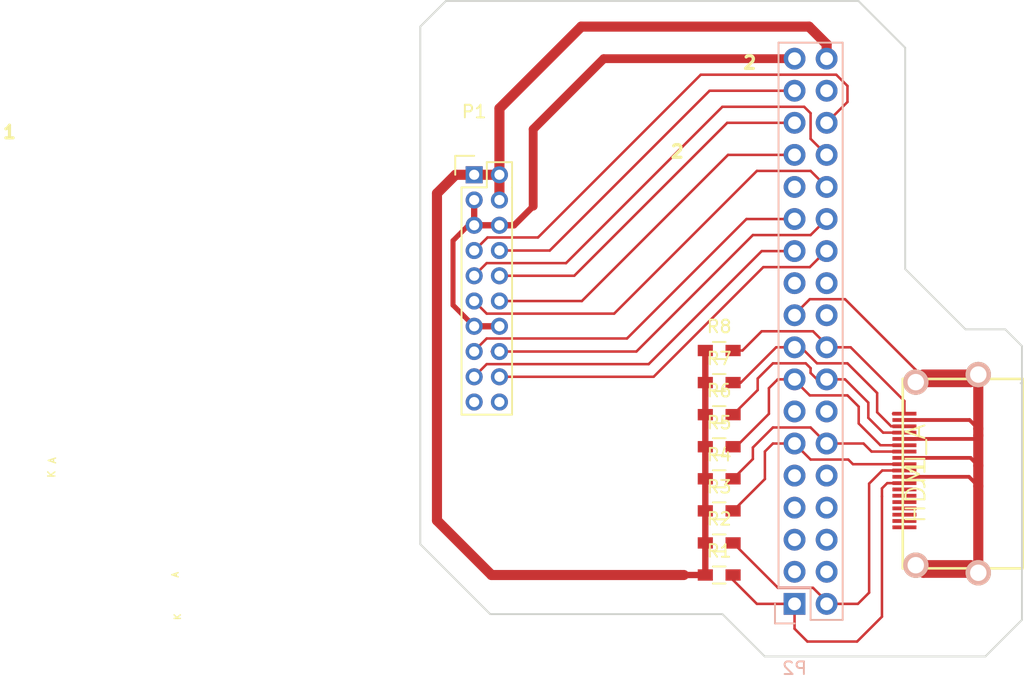
<source format=kicad_pcb>
(kicad_pcb (version 4) (host pcbnew 4.0.2-stable)

  (general
    (links 51)
    (no_connects 1)
    (area 25.72881 63.062999 106.831801 116.915)
    (thickness 1.6)
    (drawings 23)
    (tracks 199)
    (zones 0)
    (modules 11)
    (nets 45)
  )

  (page A4)
  (layers
    (0 F.Cu signal)
    (31 B.Cu jumper)
    (32 B.Adhes user)
    (33 F.Adhes user)
    (34 B.Paste user)
    (35 F.Paste user)
    (36 B.SilkS user)
    (37 F.SilkS user)
    (38 B.Mask user)
    (39 F.Mask user)
    (40 Dwgs.User user)
    (41 Cmts.User user)
    (42 Eco1.User user)
    (43 Eco2.User user)
    (44 Edge.Cuts user)
  )

  (setup
    (last_trace_width 0.2)
    (user_trace_width 0.09)
    (user_trace_width 0.1)
    (user_trace_width 0.2)
    (user_trace_width 0.3)
    (user_trace_width 0.4)
    (user_trace_width 0.5)
    (user_trace_width 0.7)
    (user_trace_width 0.8)
    (trace_clearance 0.15)
    (zone_clearance 0.2)
    (zone_45_only yes)
    (trace_min 0.09)
    (segment_width 0.1)
    (edge_width 0.15)
    (via_size 0.7)
    (via_drill 0.4)
    (via_min_size 0.5)
    (via_min_drill 0.2)
    (user_via 0.5 0.3)
    (user_via 0.5 0.3)
    (user_via 0.6 0.4)
    (user_via 0.7 0.5)
    (user_via 0.8 0.6)
    (user_via 0.9 0.7)
    (user_via 1 0.8)
    (uvia_size 0.3)
    (uvia_drill 0.1)
    (uvias_allowed no)
    (uvia_min_size 0.3)
    (uvia_min_drill 0.1)
    (pcb_text_width 0.3)
    (pcb_text_size 1 1)
    (mod_edge_width 0.381)
    (mod_text_size 0.7 0.7)
    (mod_text_width 0.11)
    (pad_size 1.7272 1.7272)
    (pad_drill 1.016)
    (pad_to_mask_clearance 0)
    (aux_axis_origin 20 90)
    (grid_origin 67.3 108.35)
    (visible_elements 7FFCFFFF)
    (pcbplotparams
      (layerselection 0x013ff_80000001)
      (usegerberextensions true)
      (excludeedgelayer true)
      (linewidth 0.100000)
      (plotframeref false)
      (viasonmask false)
      (mode 1)
      (useauxorigin false)
      (hpglpennumber 1)
      (hpglpenspeed 20)
      (hpglpendiameter 15)
      (hpglpenoverlay 2)
      (psnegative false)
      (psa4output false)
      (plotreference true)
      (plotvalue true)
      (plotinvisibletext false)
      (padsonsilk false)
      (subtractmaskfromsilk false)
      (outputformat 1)
      (mirror false)
      (drillshape 0)
      (scaleselection 1)
      (outputdirectory gerbers_RF/))
  )

  (net 0 "")
  (net 1 GND)
  (net 2 +3.3VDAC)
  (net 3 /IO72)
  (net 4 /IO73)
  (net 5 /IO62)
  (net 6 /IO63)
  (net 7 /IO58)
  (net 8 /IO59)
  (net 9 /IO56)
  (net 10 /IO57)
  (net 11 /IO26)
  (net 12 /IO25)
  (net 13 /IO23)
  (net 14 /IO22)
  (net 15 /IO21)
  (net 16 /IO20)
  (net 17 /IO19)
  (net 18 /IO18)
  (net 19 "Net-(J1-Pad13)")
  (net 20 "Net-(J1-Pad14)")
  (net 21 "Net-(J1-Pad15)")
  (net 22 "Net-(J1-Pad16)")
  (net 23 "Net-(J1-Pad17)")
  (net 24 "Net-(J1-Pad18)")
  (net 25 "Net-(J1-Pad19)")
  (net 26 /IO28)
  (net 27 "Net-(P1-Pad19)")
  (net 28 /IO27)
  (net 29 "Net-(P1-Pad20)")
  (net 30 /IO70)
  (net 31 /IO71)
  (net 32 /IO68)
  (net 33 /IO69)
  (net 34 /IO66)
  (net 35 /IO67)
  (net 36 /IO64)
  (net 37 /IO65)
  (net 38 /IO60)
  (net 39 /IO61)
  (net 40 /IO31)
  (net 41 /IO30)
  (net 42 /IO29)
  (net 43 /IO24)
  (net 44 /IO17)

  (net_class Default "This is the default net class."
    (clearance 0.15)
    (trace_width 0.3)
    (via_dia 0.7)
    (via_drill 0.4)
    (uvia_dia 0.3)
    (uvia_drill 0.1)
    (add_net +3.3VDAC)
    (add_net /IO17)
    (add_net /IO18)
    (add_net /IO19)
    (add_net /IO20)
    (add_net /IO21)
    (add_net /IO22)
    (add_net /IO23)
    (add_net /IO24)
    (add_net /IO25)
    (add_net /IO26)
    (add_net /IO27)
    (add_net /IO28)
    (add_net /IO29)
    (add_net /IO30)
    (add_net /IO31)
    (add_net /IO56)
    (add_net /IO57)
    (add_net /IO58)
    (add_net /IO59)
    (add_net /IO60)
    (add_net /IO61)
    (add_net /IO62)
    (add_net /IO63)
    (add_net /IO64)
    (add_net /IO65)
    (add_net /IO66)
    (add_net /IO67)
    (add_net /IO68)
    (add_net /IO69)
    (add_net /IO70)
    (add_net /IO71)
    (add_net /IO72)
    (add_net /IO73)
    (add_net GND)
    (add_net "Net-(J1-Pad13)")
    (add_net "Net-(J1-Pad14)")
    (add_net "Net-(J1-Pad15)")
    (add_net "Net-(J1-Pad16)")
    (add_net "Net-(J1-Pad17)")
    (add_net "Net-(J1-Pad18)")
    (add_net "Net-(J1-Pad19)")
    (add_net "Net-(P1-Pad19)")
    (add_net "Net-(P1-Pad20)")
  )

  (module Pin_Headers:Pin_Header_Straight_2x18 (layer B.Cu) (tedit 0) (tstamp 582E4908)
    (at 88.509 110.89)
    (descr "Through hole pin header")
    (tags "pin header")
    (path /582EABE7)
    (fp_text reference P2 (at 0 5.1) (layer B.SilkS)
      (effects (font (size 1 1) (thickness 0.15)) (justify mirror))
    )
    (fp_text value CONN_02X18 (at 0 3.1) (layer B.Fab)
      (effects (font (size 1 1) (thickness 0.15)) (justify mirror))
    )
    (fp_line (start -1.75 1.75) (end -1.75 -44.95) (layer B.CrtYd) (width 0.05))
    (fp_line (start 4.3 1.75) (end 4.3 -44.95) (layer B.CrtYd) (width 0.05))
    (fp_line (start -1.75 1.75) (end 4.3 1.75) (layer B.CrtYd) (width 0.05))
    (fp_line (start -1.75 -44.95) (end 4.3 -44.95) (layer B.CrtYd) (width 0.05))
    (fp_line (start 3.81 1.27) (end 3.81 -44.45) (layer B.SilkS) (width 0.15))
    (fp_line (start -1.27 -44.45) (end -1.27 -1.27) (layer B.SilkS) (width 0.15))
    (fp_line (start 3.81 -44.45) (end -1.27 -44.45) (layer B.SilkS) (width 0.15))
    (fp_line (start 3.81 1.27) (end 1.27 1.27) (layer B.SilkS) (width 0.15))
    (fp_line (start 0 1.55) (end -1.55 1.55) (layer B.SilkS) (width 0.15))
    (fp_line (start 1.27 1.27) (end 1.27 -1.27) (layer B.SilkS) (width 0.15))
    (fp_line (start 1.27 -1.27) (end -1.27 -1.27) (layer B.SilkS) (width 0.15))
    (fp_line (start -1.55 1.55) (end -1.55 0) (layer B.SilkS) (width 0.15))
    (pad 1 thru_hole rect (at 0 0) (size 1.7272 1.7272) (drill 1.016) (layers *.Cu *.Mask)
      (net 3 /IO72))
    (pad 2 thru_hole oval (at 2.54 0) (size 1.7272 1.7272) (drill 1.016) (layers *.Cu *.Mask)
      (net 4 /IO73))
    (pad 3 thru_hole oval (at 0 -2.54) (size 1.7272 1.7272) (drill 1.016) (layers *.Cu *.Mask)
      (net 30 /IO70))
    (pad 4 thru_hole oval (at 2.54 -2.54) (size 1.7272 1.7272) (drill 1.016) (layers *.Cu *.Mask)
      (net 31 /IO71))
    (pad 5 thru_hole oval (at 0 -5.08) (size 1.7272 1.7272) (drill 1.016) (layers *.Cu *.Mask)
      (net 32 /IO68))
    (pad 6 thru_hole oval (at 2.54 -5.08) (size 1.7272 1.7272) (drill 1.016) (layers *.Cu *.Mask)
      (net 33 /IO69))
    (pad 7 thru_hole oval (at 0 -7.62) (size 1.7272 1.7272) (drill 1.016) (layers *.Cu *.Mask)
      (net 34 /IO66))
    (pad 8 thru_hole oval (at 2.54 -7.62) (size 1.7272 1.7272) (drill 1.016) (layers *.Cu *.Mask)
      (net 35 /IO67))
    (pad 9 thru_hole oval (at 0 -10.16) (size 1.7272 1.7272) (drill 1.016) (layers *.Cu *.Mask)
      (net 36 /IO64))
    (pad 10 thru_hole oval (at 2.54 -10.16) (size 1.7272 1.7272) (drill 1.016) (layers *.Cu *.Mask)
      (net 37 /IO65))
    (pad 11 thru_hole oval (at 0 -12.7) (size 1.7272 1.7272) (drill 1.016) (layers *.Cu *.Mask)
      (net 5 /IO62))
    (pad 12 thru_hole oval (at 2.54 -12.7) (size 1.7272 1.7272) (drill 1.016) (layers *.Cu *.Mask)
      (net 6 /IO63))
    (pad 13 thru_hole oval (at 0 -15.24) (size 1.7272 1.7272) (drill 1.016) (layers *.Cu *.Mask)
      (net 38 /IO60))
    (pad 14 thru_hole oval (at 2.54 -15.24) (size 1.7272 1.7272) (drill 1.016) (layers *.Cu *.Mask)
      (net 39 /IO61))
    (pad 15 thru_hole oval (at 0 -17.78) (size 1.7272 1.7272) (drill 1.016) (layers *.Cu *.Mask)
      (net 7 /IO58))
    (pad 16 thru_hole oval (at 2.54 -17.78) (size 1.7272 1.7272) (drill 1.016) (layers *.Cu *.Mask)
      (net 8 /IO59))
    (pad 17 thru_hole oval (at 0 -20.32) (size 1.7272 1.7272) (drill 1.016) (layers *.Cu *.Mask)
      (net 9 /IO56))
    (pad 18 thru_hole oval (at 2.54 -20.32) (size 1.7272 1.7272) (drill 1.016) (layers *.Cu *.Mask)
      (net 10 /IO57))
    (pad 19 thru_hole oval (at 0 -22.86) (size 1.7272 1.7272) (drill 1.016) (layers *.Cu *.Mask)
      (net 1 GND))
    (pad 20 thru_hole oval (at 2.54 -22.86) (size 1.7272 1.7272) (drill 1.016) (layers *.Cu *.Mask)
      (net 40 /IO31))
    (pad 21 thru_hole oval (at 0 -25.4) (size 1.7272 1.7272) (drill 1.016) (layers *.Cu *.Mask)
      (net 41 /IO30))
    (pad 22 thru_hole oval (at 2.54 -25.4) (size 1.7272 1.7272) (drill 1.016) (layers *.Cu *.Mask)
      (net 42 /IO29))
    (pad 23 thru_hole oval (at 0 -27.94) (size 1.7272 1.7272) (drill 1.016) (layers *.Cu *.Mask)
      (net 26 /IO28))
    (pad 24 thru_hole oval (at 2.54 -27.94) (size 1.7272 1.7272) (drill 1.016) (layers *.Cu *.Mask)
      (net 28 /IO27))
    (pad 25 thru_hole oval (at 0 -30.48) (size 1.7272 1.7272) (drill 1.016) (layers *.Cu *.Mask)
      (net 11 /IO26))
    (pad 26 thru_hole oval (at 2.54 -30.48) (size 1.7272 1.7272) (drill 1.016) (layers *.Cu *.Mask)
      (net 12 /IO25))
    (pad 27 thru_hole oval (at 0 -33.02) (size 1.7272 1.7272) (drill 1.016) (layers *.Cu *.Mask)
      (net 43 /IO24))
    (pad 28 thru_hole oval (at 2.54 -33.02) (size 1.7272 1.7272) (drill 1.016) (layers *.Cu *.Mask)
      (net 13 /IO23))
    (pad 29 thru_hole oval (at 0 -35.56) (size 1.7272 1.7272) (drill 1.016) (layers *.Cu *.Mask)
      (net 14 /IO22))
    (pad 30 thru_hole oval (at 2.54 -35.56) (size 1.7272 1.7272) (drill 1.016) (layers *.Cu *.Mask)
      (net 15 /IO21))
    (pad 31 thru_hole oval (at 0 -38.1) (size 1.7272 1.7272) (drill 1.016) (layers *.Cu *.Mask)
      (net 16 /IO20))
    (pad 32 thru_hole oval (at 2.54 -38.1) (size 1.7272 1.7272) (drill 1.016) (layers *.Cu *.Mask)
      (net 17 /IO19))
    (pad 33 thru_hole oval (at 0 -40.64) (size 1.7272 1.7272) (drill 1.016) (layers *.Cu *.Mask)
      (net 18 /IO18))
    (pad 34 thru_hole oval (at 2.54 -40.64) (size 1.7272 1.7272) (drill 1.016) (layers *.Cu *.Mask)
      (net 44 /IO17))
    (pad 35 thru_hole oval (at 0 -43.18) (size 1.7272 1.7272) (drill 1.016) (layers *.Cu *.Mask)
      (net 1 GND))
    (pad 36 thru_hole oval (at 2.54 -43.18) (size 1.7272 1.7272) (drill 1.016) (layers *.Cu *.Mask)
      (net 2 +3.3VDAC))
    (model Pin_Headers.3dshapes/Pin_Header_Straight_2x18.wrl
      (at (xyz 0.05 -0.85 0))
      (scale (xyz 1 1 1))
      (rotate (xyz 0 0 90))
    )
  )

  (module hdmi:FCI_10029449-11[13]RLF (layer F.Cu) (tedit 52A934C8) (tstamp 580E7EB1)
    (at 98.1102 100.5776 90)
    (path /580E71C2)
    (fp_text reference J1 (at 0 0 90) (layer F.SilkS)
      (effects (font (size 1.5 1.5) (thickness 0.15)))
    )
    (fp_text value HDMI_A (at 0 0 90) (layer F.SilkS)
      (effects (font (size 1.5 1.5) (thickness 0.15)))
    )
    (fp_line (start -7.5 -1.03) (end 7.5 -1.03) (layer F.SilkS) (width 0.2032))
    (fp_line (start -7.5 8.47) (end -7.5 -1.03) (layer F.SilkS) (width 0.2032))
    (fp_line (start 7.5 8.47) (end 7.5 -1.03) (layer F.SilkS) (width 0.2032))
    (fp_line (start 7.5 8.47) (end -7.5 8.47) (layer F.SilkS) (width 0.2032))
    (pad SHLD thru_hole circle (at -7.85 4.95 90) (size 2 2) (drill 1.3) (layers *.Cu *.SilkS *.Mask)
      (net 1 GND))
    (pad SHLD thru_hole circle (at 7.85 4.95 90) (size 2 2) (drill 1.3) (layers *.Cu *.SilkS *.Mask)
      (net 1 GND))
    (pad SHLD thru_hole circle (at -7.25 0 90) (size 2 2) (drill 1.3) (layers *.Cu *.SilkS *.Mask)
      (net 1 GND))
    (pad SHLD thru_hole circle (at 7.25 0 90) (size 2 2) (drill 1.3) (layers *.Cu *.SilkS *.Mask)
      (net 1 GND))
    (pad 1 smd rect (at 4.75 -0.9 90) (size 0.3 1.9) (layers F.Cu F.Paste F.Mask)
      (net 10 /IO57))
    (pad 2 smd rect (at 4.25 -0.9 90) (size 0.3 1.9) (layers F.Cu F.Paste F.Mask)
      (net 1 GND))
    (pad 3 smd rect (at 3.75 -0.9 90) (size 0.3 1.9) (layers F.Cu F.Paste F.Mask)
      (net 9 /IO56))
    (pad 4 smd rect (at 3.25 -0.9 90) (size 0.3 1.9) (layers F.Cu F.Paste F.Mask)
      (net 8 /IO59))
    (pad 5 smd rect (at 2.75 -0.9 90) (size 0.3 1.9) (layers F.Cu F.Paste F.Mask)
      (net 1 GND))
    (pad 6 smd rect (at 2.25 -0.9 90) (size 0.3 1.9) (layers F.Cu F.Paste F.Mask)
      (net 7 /IO58))
    (pad 7 smd rect (at 1.75 -0.9 90) (size 0.3 1.9) (layers F.Cu F.Paste F.Mask)
      (net 6 /IO63))
    (pad 8 smd rect (at 1.25 -0.9 90) (size 0.3 1.9) (layers F.Cu F.Paste F.Mask)
      (net 1 GND))
    (pad 9 smd rect (at 0.75 -0.9 90) (size 0.3 1.9) (layers F.Cu F.Paste F.Mask)
      (net 5 /IO62))
    (pad 10 smd rect (at 0.25 -0.9 90) (size 0.3 1.9) (layers F.Cu F.Paste F.Mask)
      (net 4 /IO73))
    (pad 11 smd rect (at -0.25 -0.9 90) (size 0.3 1.9) (layers F.Cu F.Paste F.Mask)
      (net 1 GND))
    (pad 12 smd rect (at -0.75 -0.9 90) (size 0.3 1.9) (layers F.Cu F.Paste F.Mask)
      (net 3 /IO72))
    (pad 13 smd rect (at -1.25 -0.9 90) (size 0.3 1.9) (layers F.Cu F.Paste F.Mask)
      (net 19 "Net-(J1-Pad13)"))
    (pad 14 smd rect (at -1.75 -0.9 90) (size 0.3 1.9) (layers F.Cu F.Paste F.Mask)
      (net 20 "Net-(J1-Pad14)"))
    (pad 15 smd rect (at -2.25 -0.9 90) (size 0.3 1.9) (layers F.Cu F.Paste F.Mask)
      (net 21 "Net-(J1-Pad15)"))
    (pad 16 smd rect (at -2.75 -0.9 90) (size 0.3 1.9) (layers F.Cu F.Paste F.Mask)
      (net 22 "Net-(J1-Pad16)"))
    (pad 17 smd rect (at -3.25 -0.9 90) (size 0.3 1.9) (layers F.Cu F.Paste F.Mask)
      (net 23 "Net-(J1-Pad17)"))
    (pad 18 smd rect (at -3.75 -0.9 90) (size 0.3 1.9) (layers F.Cu F.Paste F.Mask)
      (net 24 "Net-(J1-Pad18)"))
    (pad 19 smd rect (at -4.25 -0.9 90) (size 0.3 1.9) (layers F.Cu F.Paste F.Mask)
      (net 25 "Net-(J1-Pad19)"))
  )

  (module Resistors_SMD:R_0603_HandSoldering (layer F.Cu) (tedit 5418A00F) (tstamp 582E48C6)
    (at 82.54 108.604)
    (descr "Resistor SMD 0603, hand soldering")
    (tags "resistor 0603")
    (path /582E2AAE)
    (attr smd)
    (fp_text reference R1 (at 0 -1.9) (layer F.SilkS)
      (effects (font (size 1 1) (thickness 0.15)))
    )
    (fp_text value R (at 0 1.9) (layer F.Fab)
      (effects (font (size 1 1) (thickness 0.15)))
    )
    (fp_line (start -2 -0.8) (end 2 -0.8) (layer F.CrtYd) (width 0.05))
    (fp_line (start -2 0.8) (end 2 0.8) (layer F.CrtYd) (width 0.05))
    (fp_line (start -2 -0.8) (end -2 0.8) (layer F.CrtYd) (width 0.05))
    (fp_line (start 2 -0.8) (end 2 0.8) (layer F.CrtYd) (width 0.05))
    (fp_line (start 0.5 0.675) (end -0.5 0.675) (layer F.SilkS) (width 0.15))
    (fp_line (start -0.5 -0.675) (end 0.5 -0.675) (layer F.SilkS) (width 0.15))
    (pad 1 smd rect (at -1.1 0) (size 1.2 0.9) (layers F.Cu F.Paste F.Mask)
      (net 2 +3.3VDAC))
    (pad 2 smd rect (at 1.1 0) (size 1.2 0.9) (layers F.Cu F.Paste F.Mask)
      (net 3 /IO72))
    (model Resistors_SMD.3dshapes/R_0603_HandSoldering.wrl
      (at (xyz 0 0 0))
      (scale (xyz 1 1 1))
      (rotate (xyz 0 0 0))
    )
  )

  (module Resistors_SMD:R_0603_HandSoldering (layer F.Cu) (tedit 5418A00F) (tstamp 582E48CC)
    (at 82.54 106.064)
    (descr "Resistor SMD 0603, hand soldering")
    (tags "resistor 0603")
    (path /582E2B7D)
    (attr smd)
    (fp_text reference R2 (at 0 -1.9) (layer F.SilkS)
      (effects (font (size 1 1) (thickness 0.15)))
    )
    (fp_text value R (at 0 1.9) (layer F.Fab)
      (effects (font (size 1 1) (thickness 0.15)))
    )
    (fp_line (start -2 -0.8) (end 2 -0.8) (layer F.CrtYd) (width 0.05))
    (fp_line (start -2 0.8) (end 2 0.8) (layer F.CrtYd) (width 0.05))
    (fp_line (start -2 -0.8) (end -2 0.8) (layer F.CrtYd) (width 0.05))
    (fp_line (start 2 -0.8) (end 2 0.8) (layer F.CrtYd) (width 0.05))
    (fp_line (start 0.5 0.675) (end -0.5 0.675) (layer F.SilkS) (width 0.15))
    (fp_line (start -0.5 -0.675) (end 0.5 -0.675) (layer F.SilkS) (width 0.15))
    (pad 1 smd rect (at -1.1 0) (size 1.2 0.9) (layers F.Cu F.Paste F.Mask)
      (net 2 +3.3VDAC))
    (pad 2 smd rect (at 1.1 0) (size 1.2 0.9) (layers F.Cu F.Paste F.Mask)
      (net 4 /IO73))
    (model Resistors_SMD.3dshapes/R_0603_HandSoldering.wrl
      (at (xyz 0 0 0))
      (scale (xyz 1 1 1))
      (rotate (xyz 0 0 0))
    )
  )

  (module Resistors_SMD:R_0603_HandSoldering (layer F.Cu) (tedit 5418A00F) (tstamp 582E48D2)
    (at 82.54 103.524)
    (descr "Resistor SMD 0603, hand soldering")
    (tags "resistor 0603")
    (path /582E2C32)
    (attr smd)
    (fp_text reference R3 (at 0 -1.9) (layer F.SilkS)
      (effects (font (size 1 1) (thickness 0.15)))
    )
    (fp_text value R (at 0 1.9) (layer F.Fab)
      (effects (font (size 1 1) (thickness 0.15)))
    )
    (fp_line (start -2 -0.8) (end 2 -0.8) (layer F.CrtYd) (width 0.05))
    (fp_line (start -2 0.8) (end 2 0.8) (layer F.CrtYd) (width 0.05))
    (fp_line (start -2 -0.8) (end -2 0.8) (layer F.CrtYd) (width 0.05))
    (fp_line (start 2 -0.8) (end 2 0.8) (layer F.CrtYd) (width 0.05))
    (fp_line (start 0.5 0.675) (end -0.5 0.675) (layer F.SilkS) (width 0.15))
    (fp_line (start -0.5 -0.675) (end 0.5 -0.675) (layer F.SilkS) (width 0.15))
    (pad 1 smd rect (at -1.1 0) (size 1.2 0.9) (layers F.Cu F.Paste F.Mask)
      (net 2 +3.3VDAC))
    (pad 2 smd rect (at 1.1 0) (size 1.2 0.9) (layers F.Cu F.Paste F.Mask)
      (net 5 /IO62))
    (model Resistors_SMD.3dshapes/R_0603_HandSoldering.wrl
      (at (xyz 0 0 0))
      (scale (xyz 1 1 1))
      (rotate (xyz 0 0 0))
    )
  )

  (module Resistors_SMD:R_0603_HandSoldering (layer F.Cu) (tedit 5418A00F) (tstamp 582E48D8)
    (at 82.54 100.984)
    (descr "Resistor SMD 0603, hand soldering")
    (tags "resistor 0603")
    (path /582E321E)
    (attr smd)
    (fp_text reference R4 (at 0 -1.9) (layer F.SilkS)
      (effects (font (size 1 1) (thickness 0.15)))
    )
    (fp_text value R (at 0 1.9) (layer F.Fab)
      (effects (font (size 1 1) (thickness 0.15)))
    )
    (fp_line (start -2 -0.8) (end 2 -0.8) (layer F.CrtYd) (width 0.05))
    (fp_line (start -2 0.8) (end 2 0.8) (layer F.CrtYd) (width 0.05))
    (fp_line (start -2 -0.8) (end -2 0.8) (layer F.CrtYd) (width 0.05))
    (fp_line (start 2 -0.8) (end 2 0.8) (layer F.CrtYd) (width 0.05))
    (fp_line (start 0.5 0.675) (end -0.5 0.675) (layer F.SilkS) (width 0.15))
    (fp_line (start -0.5 -0.675) (end 0.5 -0.675) (layer F.SilkS) (width 0.15))
    (pad 1 smd rect (at -1.1 0) (size 1.2 0.9) (layers F.Cu F.Paste F.Mask)
      (net 2 +3.3VDAC))
    (pad 2 smd rect (at 1.1 0) (size 1.2 0.9) (layers F.Cu F.Paste F.Mask)
      (net 6 /IO63))
    (model Resistors_SMD.3dshapes/R_0603_HandSoldering.wrl
      (at (xyz 0 0 0))
      (scale (xyz 1 1 1))
      (rotate (xyz 0 0 0))
    )
  )

  (module Resistors_SMD:R_0603_HandSoldering (layer F.Cu) (tedit 5418A00F) (tstamp 582E48DE)
    (at 82.54 98.444)
    (descr "Resistor SMD 0603, hand soldering")
    (tags "resistor 0603")
    (path /582E2D57)
    (attr smd)
    (fp_text reference R5 (at 0 -1.9) (layer F.SilkS)
      (effects (font (size 1 1) (thickness 0.15)))
    )
    (fp_text value R (at 0 1.9) (layer F.Fab)
      (effects (font (size 1 1) (thickness 0.15)))
    )
    (fp_line (start -2 -0.8) (end 2 -0.8) (layer F.CrtYd) (width 0.05))
    (fp_line (start -2 0.8) (end 2 0.8) (layer F.CrtYd) (width 0.05))
    (fp_line (start -2 -0.8) (end -2 0.8) (layer F.CrtYd) (width 0.05))
    (fp_line (start 2 -0.8) (end 2 0.8) (layer F.CrtYd) (width 0.05))
    (fp_line (start 0.5 0.675) (end -0.5 0.675) (layer F.SilkS) (width 0.15))
    (fp_line (start -0.5 -0.675) (end 0.5 -0.675) (layer F.SilkS) (width 0.15))
    (pad 1 smd rect (at -1.1 0) (size 1.2 0.9) (layers F.Cu F.Paste F.Mask)
      (net 2 +3.3VDAC))
    (pad 2 smd rect (at 1.1 0) (size 1.2 0.9) (layers F.Cu F.Paste F.Mask)
      (net 7 /IO58))
    (model Resistors_SMD.3dshapes/R_0603_HandSoldering.wrl
      (at (xyz 0 0 0))
      (scale (xyz 1 1 1))
      (rotate (xyz 0 0 0))
    )
  )

  (module Resistors_SMD:R_0603_HandSoldering (layer F.Cu) (tedit 5418A00F) (tstamp 582E48E4)
    (at 82.54 95.904)
    (descr "Resistor SMD 0603, hand soldering")
    (tags "resistor 0603")
    (path /582E2D12)
    (attr smd)
    (fp_text reference R6 (at 0 -1.9) (layer F.SilkS)
      (effects (font (size 1 1) (thickness 0.15)))
    )
    (fp_text value R (at 0 1.9) (layer F.Fab)
      (effects (font (size 1 1) (thickness 0.15)))
    )
    (fp_line (start -2 -0.8) (end 2 -0.8) (layer F.CrtYd) (width 0.05))
    (fp_line (start -2 0.8) (end 2 0.8) (layer F.CrtYd) (width 0.05))
    (fp_line (start -2 -0.8) (end -2 0.8) (layer F.CrtYd) (width 0.05))
    (fp_line (start 2 -0.8) (end 2 0.8) (layer F.CrtYd) (width 0.05))
    (fp_line (start 0.5 0.675) (end -0.5 0.675) (layer F.SilkS) (width 0.15))
    (fp_line (start -0.5 -0.675) (end 0.5 -0.675) (layer F.SilkS) (width 0.15))
    (pad 1 smd rect (at -1.1 0) (size 1.2 0.9) (layers F.Cu F.Paste F.Mask)
      (net 2 +3.3VDAC))
    (pad 2 smd rect (at 1.1 0) (size 1.2 0.9) (layers F.Cu F.Paste F.Mask)
      (net 8 /IO59))
    (model Resistors_SMD.3dshapes/R_0603_HandSoldering.wrl
      (at (xyz 0 0 0))
      (scale (xyz 1 1 1))
      (rotate (xyz 0 0 0))
    )
  )

  (module Resistors_SMD:R_0603_HandSoldering (layer F.Cu) (tedit 5418A00F) (tstamp 582E48EA)
    (at 82.54 93.364)
    (descr "Resistor SMD 0603, hand soldering")
    (tags "resistor 0603")
    (path /582E2CDF)
    (attr smd)
    (fp_text reference R7 (at 0 -1.9) (layer F.SilkS)
      (effects (font (size 1 1) (thickness 0.15)))
    )
    (fp_text value R (at 0 1.9) (layer F.Fab)
      (effects (font (size 1 1) (thickness 0.15)))
    )
    (fp_line (start -2 -0.8) (end 2 -0.8) (layer F.CrtYd) (width 0.05))
    (fp_line (start -2 0.8) (end 2 0.8) (layer F.CrtYd) (width 0.05))
    (fp_line (start -2 -0.8) (end -2 0.8) (layer F.CrtYd) (width 0.05))
    (fp_line (start 2 -0.8) (end 2 0.8) (layer F.CrtYd) (width 0.05))
    (fp_line (start 0.5 0.675) (end -0.5 0.675) (layer F.SilkS) (width 0.15))
    (fp_line (start -0.5 -0.675) (end 0.5 -0.675) (layer F.SilkS) (width 0.15))
    (pad 1 smd rect (at -1.1 0) (size 1.2 0.9) (layers F.Cu F.Paste F.Mask)
      (net 2 +3.3VDAC))
    (pad 2 smd rect (at 1.1 0) (size 1.2 0.9) (layers F.Cu F.Paste F.Mask)
      (net 9 /IO56))
    (model Resistors_SMD.3dshapes/R_0603_HandSoldering.wrl
      (at (xyz 0 0 0))
      (scale (xyz 1 1 1))
      (rotate (xyz 0 0 0))
    )
  )

  (module Resistors_SMD:R_0603_HandSoldering (layer F.Cu) (tedit 5418A00F) (tstamp 582E48F0)
    (at 82.54 90.824)
    (descr "Resistor SMD 0603, hand soldering")
    (tags "resistor 0603")
    (path /582E2C5A)
    (attr smd)
    (fp_text reference R8 (at 0 -1.9) (layer F.SilkS)
      (effects (font (size 1 1) (thickness 0.15)))
    )
    (fp_text value R (at 0 1.9) (layer F.Fab)
      (effects (font (size 1 1) (thickness 0.15)))
    )
    (fp_line (start -2 -0.8) (end 2 -0.8) (layer F.CrtYd) (width 0.05))
    (fp_line (start -2 0.8) (end 2 0.8) (layer F.CrtYd) (width 0.05))
    (fp_line (start -2 -0.8) (end -2 0.8) (layer F.CrtYd) (width 0.05))
    (fp_line (start 2 -0.8) (end 2 0.8) (layer F.CrtYd) (width 0.05))
    (fp_line (start 0.5 0.675) (end -0.5 0.675) (layer F.SilkS) (width 0.15))
    (fp_line (start -0.5 -0.675) (end 0.5 -0.675) (layer F.SilkS) (width 0.15))
    (pad 1 smd rect (at -1.1 0) (size 1.2 0.9) (layers F.Cu F.Paste F.Mask)
      (net 2 +3.3VDAC))
    (pad 2 smd rect (at 1.1 0) (size 1.2 0.9) (layers F.Cu F.Paste F.Mask)
      (net 10 /IO57))
    (model Resistors_SMD.3dshapes/R_0603_HandSoldering.wrl
      (at (xyz 0 0 0))
      (scale (xyz 1 1 1))
      (rotate (xyz 0 0 0))
    )
  )

  (module Pin_Headers:Pin_Header_Straight_2x10_Pitch2.00mm (layer F.Cu) (tedit 56FA75DA) (tstamp 582E48F1)
    (at 63.1344 76.9048)
    (descr "Through hole pin header, 2x10, 2.00mm pitch, double row")
    (tags "pin header double row")
    (path /582E7DB2)
    (fp_text reference P1 (at 0 -5) (layer F.SilkS)
      (effects (font (size 1 1) (thickness 0.15)))
    )
    (fp_text value CONN_02X10 (at 0 -3) (layer F.Fab)
      (effects (font (size 1 1) (thickness 0.15)))
    )
    (fp_line (start -1 1) (end 1 1) (layer F.SilkS) (width 0.15))
    (fp_line (start 1 1) (end 1 -1) (layer F.SilkS) (width 0.15))
    (fp_line (start 1 -1) (end 3 -1) (layer F.SilkS) (width 0.15))
    (fp_line (start 3 -1) (end 3 1) (layer F.SilkS) (width 0.15))
    (fp_line (start 3 1) (end 3 19) (layer F.SilkS) (width 0.15))
    (fp_line (start 3 19) (end -1 19) (layer F.SilkS) (width 0.15))
    (fp_line (start -1 19) (end -1 1) (layer F.SilkS) (width 0.15))
    (fp_line (start -1.6 -1.6) (end 3.6 -1.6) (layer F.CrtYd) (width 0.05))
    (fp_line (start 3.6 -1.6) (end 3.6 19.6) (layer F.CrtYd) (width 0.05))
    (fp_line (start 3.6 19.6) (end -1.6 19.6) (layer F.CrtYd) (width 0.05))
    (fp_line (start -1.6 19.6) (end -1.6 -1.6) (layer F.CrtYd) (width 0.05))
    (fp_line (start -1.5 0) (end -1.5 -1.5) (layer F.SilkS) (width 0.15))
    (fp_line (start -1.5 -1.5) (end 0 -1.5) (layer F.SilkS) (width 0.15))
    (pad 1 thru_hole rect (at 0 0) (size 1.35 1.35) (drill 0.8) (layers *.Cu *.Mask)
      (net 2 +3.3VDAC))
    (pad 3 thru_hole circle (at 0 2) (size 1.35 1.35) (drill 0.8) (layers *.Cu *.Mask)
      (net 1 GND))
    (pad 5 thru_hole circle (at 0 4) (size 1.35 1.35) (drill 0.8) (layers *.Cu *.Mask)
      (net 1 GND))
    (pad 7 thru_hole circle (at 0 6) (size 1.35 1.35) (drill 0.8) (layers *.Cu *.Mask)
      (net 17 /IO19))
    (pad 9 thru_hole circle (at 0 8) (size 1.35 1.35) (drill 0.8) (layers *.Cu *.Mask)
      (net 15 /IO21))
    (pad 11 thru_hole circle (at 0 10) (size 1.35 1.35) (drill 0.8) (layers *.Cu *.Mask)
      (net 13 /IO23))
    (pad 13 thru_hole circle (at 0 12) (size 1.35 1.35) (drill 0.8) (layers *.Cu *.Mask)
      (net 1 GND))
    (pad 15 thru_hole circle (at 0 14) (size 1.35 1.35) (drill 0.8) (layers *.Cu *.Mask)
      (net 11 /IO26))
    (pad 17 thru_hole circle (at 0 16) (size 1.35 1.35) (drill 0.8) (layers *.Cu *.Mask)
      (net 26 /IO28))
    (pad 19 thru_hole circle (at 0 18) (size 1.35 1.35) (drill 0.8) (layers *.Cu *.Mask)
      (net 27 "Net-(P1-Pad19)"))
    (pad 2 thru_hole circle (at 2 0) (size 1.35 1.35) (drill 0.8) (layers *.Cu *.Mask)
      (net 2 +3.3VDAC))
    (pad 4 thru_hole circle (at 2 2) (size 1.35 1.35) (drill 0.8) (layers *.Cu *.Mask)
      (net 2 +3.3VDAC))
    (pad 6 thru_hole circle (at 2 4) (size 1.35 1.35) (drill 0.8) (layers *.Cu *.Mask)
      (net 1 GND))
    (pad 8 thru_hole circle (at 2 6) (size 1.35 1.35) (drill 0.8) (layers *.Cu *.Mask)
      (net 18 /IO18))
    (pad 10 thru_hole circle (at 2 8) (size 1.35 1.35) (drill 0.8) (layers *.Cu *.Mask)
      (net 16 /IO20))
    (pad 12 thru_hole circle (at 2 10) (size 1.35 1.35) (drill 0.8) (layers *.Cu *.Mask)
      (net 14 /IO22))
    (pad 14 thru_hole circle (at 2 12) (size 1.35 1.35) (drill 0.8) (layers *.Cu *.Mask)
      (net 1 GND))
    (pad 16 thru_hole circle (at 2 14) (size 1.35 1.35) (drill 0.8) (layers *.Cu *.Mask)
      (net 12 /IO25))
    (pad 18 thru_hole circle (at 2 16) (size 1.35 1.35) (drill 0.8) (layers *.Cu *.Mask)
      (net 28 /IO27))
    (pad 20 thru_hole circle (at 2 18) (size 1.35 1.35) (drill 0.8) (layers *.Cu *.Mask)
      (net 29 "Net-(P1-Pad20)"))
    (model Pin_Headers.3dshapes/Pin_Header_Straight_2x10_Pitch2.00mm.wrl
      (at (xyz 0 0 0))
      (scale (xyz 1 1 1))
      (rotate (xyz 0 0 0))
    )
  )

  (gr_line (start 106.5176 93.4148) (end 106.416 93.4148) (angle 90) (layer Edge.Cuts) (width 0.15))
  (gr_line (start 106.5176 90.4684) (end 106.5176 93.4148) (angle 90) (layer Edge.Cuts) (width 0.15))
  (gr_line (start 105.1968 89.1476) (end 106.5176 90.4684) (angle 90) (layer Edge.Cuts) (width 0.15))
  (gr_line (start 102.0472 89.1476) (end 105.1968 89.1476) (angle 90) (layer Edge.Cuts) (width 0.15))
  (gr_line (start 97.272 84.3724) (end 102.0472 89.1476) (angle 90) (layer Edge.Cuts) (width 0.15))
  (gr_line (start 97.272 66.8464) (end 97.272 84.3724) (angle 90) (layer Edge.Cuts) (width 0.15))
  (gr_line (start 93.5636 63.138) (end 97.272 66.8464) (angle 90) (layer Edge.Cuts) (width 0.15))
  (gr_line (start 60.8992 63.138) (end 93.5636 63.138) (angle 90) (layer Edge.Cuts) (width 0.15))
  (gr_line (start 58.8672 65.17) (end 60.8992 63.138) (angle 90) (layer Edge.Cuts) (width 0.15))
  (gr_line (start 58.8672 106.1656) (end 58.8672 65.17) (angle 90) (layer Edge.Cuts) (width 0.15))
  (gr_line (start 64.4044 111.7028) (end 58.8672 106.1656) (angle 90) (layer Edge.Cuts) (width 0.15))
  (gr_line (start 82.794 111.7028) (end 64.4044 111.7028) (angle 90) (layer Edge.Cuts) (width 0.15))
  (gr_line (start 86.1468 115.0556) (end 82.794 111.7028) (angle 90) (layer Edge.Cuts) (width 0.15))
  (gr_line (start 103.622 115.0556) (end 86.1468 115.0556) (angle 90) (layer Edge.Cuts) (width 0.15))
  (gr_line (start 106.5176 112.16) (end 103.622 115.0556) (angle 90) (layer Edge.Cuts) (width 0.15))
  (gr_line (start 106.5176 93.1608) (end 106.5176 112.16) (angle 90) (layer Edge.Cuts) (width 0.15))
  (gr_text 2 (at 84.96 68.03) (layer F.SilkS)
    (effects (font (size 1 1) (thickness 0.25)))
  )
  (gr_text 2 (at 79.22 75.07) (layer F.SilkS)
    (effects (font (size 1 1) (thickness 0.25)))
  )
  (gr_text 1 (at 26.33 73.53) (layer F.SilkS)
    (effects (font (size 1 1) (thickness 0.25)))
  )
  (gr_text A (at 39.4626 108.5826 90) (layer F.SilkS)
    (effects (font (size 0.5 0.5) (thickness 0.11)))
  )
  (gr_text A (at 29.72 99.53 90) (layer F.SilkS)
    (effects (font (size 0.57 0.57) (thickness 0.11)))
  )
  (gr_text K (at 29.6646 100.61352 90) (layer F.SilkS)
    (effects (font (size 0.57 0.57) (thickness 0.11)))
  )
  (gr_text K (at 39.6426 111.9126 90) (layer F.SilkS)
    (effects (font (size 0.5 0.5) (thickness 0.11)))
  )

  (segment (start 88.509 88.03) (end 88.509 87.9665) (width 0.2) (layer F.Cu) (net 1) (status C00000))
  (segment (start 88.509 87.9665) (end 89.7155 86.76) (width 0.2) (layer F.Cu) (net 1) (tstamp 582E60E8) (status 400000))
  (segment (start 89.7155 86.76) (end 92.5095 86.76) (width 0.2) (layer F.Cu) (net 1) (tstamp 582E60EA))
  (segment (start 92.5095 86.76) (end 98.1102 92.3607) (width 0.2) (layer F.Cu) (net 1) (tstamp 582E60F0) (status 800000))
  (segment (start 98.1102 92.3607) (end 98.1102 93.3276) (width 0.2) (layer F.Cu) (net 1) (tstamp 582E60F3) (status C00000))
  (segment (start 63.1344 80.9048) (end 62.6777 80.9048) (width 0.4) (layer F.Cu) (net 1) (status C00000))
  (segment (start 62.6777 80.9048) (end 61.458 82.1245) (width 0.4) (layer F.Cu) (net 1) (tstamp 582E60C6) (status 400000))
  (segment (start 61.458 87.2284) (end 63.1344 88.9048) (width 0.4) (layer F.Cu) (net 1) (tstamp 582E60CA) (status 800000))
  (segment (start 61.458 82.1245) (end 61.458 87.2284) (width 0.4) (layer F.Cu) (net 1) (tstamp 582E60C8))
  (segment (start 67.808 79.394) (end 67.808 73.298) (width 0.7) (layer F.Cu) (net 1))
  (segment (start 66.2972 80.9048) (end 67.808 79.394) (width 0.5) (layer F.Cu) (net 1) (tstamp 582E4C32))
  (segment (start 65.1344 80.9048) (end 66.2972 80.9048) (width 0.5) (layer F.Cu) (net 1))
  (segment (start 73.396 67.71) (end 88.509 67.71) (width 0.7) (layer F.Cu) (net 1) (tstamp 582E4C52))
  (segment (start 67.808 73.298) (end 73.396 67.71) (width 0.7) (layer F.Cu) (net 1) (tstamp 582E4C4C))
  (segment (start 63.1344 88.9048) (end 65.1344 88.9048) (width 0.5) (layer F.Cu) (net 1))
  (segment (start 63.1344 78.9048) (end 63.1344 80.9048) (width 0.5) (layer F.Cu) (net 1))
  (segment (start 63.1344 80.9048) (end 65.1344 80.9048) (width 0.5) (layer F.Cu) (net 1) (tstamp 582E4C23))
  (segment (start 63.1344 88.9048) (end 63.1344 88.8428) (width 0.3) (layer F.Cu) (net 1))
  (segment (start 97.2102 100.8276) (end 102.3226 100.8276) (width 0.3) (layer F.Cu) (net 1))
  (segment (start 102.3226 100.8276) (end 103.0602 101.5652) (width 0.3) (layer F.Cu) (net 1) (tstamp 580E90F7))
  (segment (start 97.2102 99.3276) (end 102.4482 99.3276) (width 0.3) (layer F.Cu) (net 1))
  (segment (start 102.4482 99.3276) (end 103.0602 99.9396) (width 0.3) (layer F.Cu) (net 1) (tstamp 580E90F2))
  (segment (start 97.2102 97.8276) (end 102.7846 97.8276) (width 0.3) (layer F.Cu) (net 1))
  (segment (start 102.7846 97.8276) (end 103.0602 97.552) (width 0.3) (layer F.Cu) (net 1) (tstamp 580E90D7))
  (segment (start 97.2102 96.3276) (end 102.3692 96.3276) (width 0.3) (layer F.Cu) (net 1))
  (segment (start 102.3692 96.3276) (end 103.0602 97.0186) (width 0.3) (layer F.Cu) (net 1) (tstamp 580E90D2))
  (segment (start 98.1102 93.3276) (end 102.4602 93.3276) (width 0.8) (layer F.Cu) (net 1))
  (segment (start 102.4602 93.3276) (end 103.0602 92.7276) (width 0.8) (layer F.Cu) (net 1) (tstamp 580E90BE))
  (segment (start 103.0602 92.7276) (end 98.7102 92.7276) (width 0.8) (layer F.Cu) (net 1))
  (segment (start 98.7102 92.7276) (end 98.1102 93.3276) (width 0.8) (layer F.Cu) (net 1) (tstamp 580E90BB))
  (segment (start 98.7102 92.7276) (end 98.1102 93.3276) (width 0.8) (layer F.Cu) (net 1) (tstamp 580E90B8))
  (segment (start 103.0602 108.4276) (end 103.0602 101.5652) (width 0.8) (layer F.Cu) (net 1))
  (segment (start 103.0602 101.5652) (end 103.0602 99.9396) (width 0.8) (layer F.Cu) (net 1) (tstamp 580E90FA))
  (segment (start 103.0602 99.9396) (end 103.0602 97.552) (width 0.8) (layer F.Cu) (net 1) (tstamp 580E90F5))
  (segment (start 103.0602 97.552) (end 103.0602 97.0186) (width 0.8) (layer F.Cu) (net 1) (tstamp 580E90DA))
  (segment (start 103.0602 97.0186) (end 103.0602 92.7276) (width 0.8) (layer F.Cu) (net 1) (tstamp 580E90D5))
  (segment (start 103.0602 108.4276) (end 98.7102 108.4276) (width 0.8) (layer F.Cu) (net 1))
  (segment (start 98.7102 108.4276) (end 98.1102 107.8276) (width 0.8) (layer F.Cu) (net 1) (tstamp 580E90B3))
  (segment (start 98.1102 107.8276) (end 102.4602 107.8276) (width 0.8) (layer F.Cu) (net 1))
  (segment (start 102.4602 107.8276) (end 103.0602 108.4276) (width 0.8) (layer F.Cu) (net 1) (tstamp 580E90B0))
  (segment (start 98.7102 108.4276) (end 98.1102 107.8276) (width 0.3) (layer F.Cu) (net 1) (tstamp 580E90A8))
  (segment (start 103.0602 108.4276) (end 102.4602 107.8276) (width 0.3) (layer F.Cu) (net 1) (tstamp 580E909C))
  (segment (start 81.44 108.604) (end 81.44 106.064) (width 0.5) (layer F.Cu) (net 2))
  (segment (start 81.44 106.064) (end 81.44 103.524) (width 0.5) (layer F.Cu) (net 2) (tstamp 582E4C08))
  (segment (start 81.44 103.524) (end 81.44 100.984) (width 0.5) (layer F.Cu) (net 2) (tstamp 582E4C09))
  (segment (start 81.44 100.984) (end 81.44 98.444) (width 0.5) (layer F.Cu) (net 2) (tstamp 582E4C0A))
  (segment (start 81.44 98.444) (end 81.44 95.904) (width 0.5) (layer F.Cu) (net 2) (tstamp 582E4C0C))
  (segment (start 81.44 95.904) (end 81.44 93.364) (width 0.5) (layer F.Cu) (net 2) (tstamp 582E4C0D))
  (segment (start 81.44 93.364) (end 81.44 90.824) (width 0.5) (layer F.Cu) (net 2) (tstamp 582E4C0E))
  (segment (start 81.44 108.604) (end 79.492 108.604) (width 0.5) (layer F.Cu) (net 2))
  (segment (start 63.1344 76.9048) (end 61.6612 76.9048) (width 0.8) (layer F.Cu) (net 2))
  (segment (start 64.506 108.604) (end 79.492 108.604) (width 0.8) (layer F.Cu) (net 2) (tstamp 582E4BEB))
  (segment (start 79.492 108.604) (end 79.746 108.604) (width 0.8) (layer F.Cu) (net 2) (tstamp 582E4C06))
  (segment (start 60.188 104.286) (end 64.506 108.604) (width 0.8) (layer F.Cu) (net 2) (tstamp 582E4BDF))
  (segment (start 60.188 78.378) (end 60.188 104.286) (width 0.8) (layer F.Cu) (net 2) (tstamp 582E4BCE))
  (segment (start 61.6612 76.9048) (end 60.188 78.378) (width 0.8) (layer F.Cu) (net 2) (tstamp 582E4BC5))
  (segment (start 65.1344 78.9048) (end 65.1344 76.9048) (width 0.8) (layer F.Cu) (net 2))
  (segment (start 65.1344 76.9048) (end 63.1344 76.9048) (width 0.8) (layer F.Cu) (net 2))
  (segment (start 91.049 67.71) (end 91.049 66.567) (width 0.8) (layer F.Cu) (net 2))
  (segment (start 65.1344 71.6536) (end 65.1344 76.9048) (width 0.8) (layer F.Cu) (net 2) (tstamp 582E4BAA))
  (segment (start 71.618 65.17) (end 65.1344 71.6536) (width 0.8) (layer F.Cu) (net 2) (tstamp 582E4BA1))
  (segment (start 89.652 65.17) (end 71.618 65.17) (width 0.8) (layer F.Cu) (net 2) (tstamp 582E4B99))
  (segment (start 91.049 66.567) (end 89.652 65.17) (width 0.8) (layer F.Cu) (net 2) (tstamp 582E4B91))
  (segment (start 88.509 110.89) (end 85.5245 110.89) (width 0.2) (layer F.Cu) (net 3))
  (segment (start 85.5245 110.89) (end 83.64 109.0055) (width 0.2) (layer F.Cu) (net 3) (tstamp 582E5237))
  (segment (start 83.64 109.0055) (end 83.64 108.604) (width 0.2) (layer F.Cu) (net 3) (tstamp 582E523A))
  (segment (start 88.509 110.89) (end 88.509 112.8585) (width 0.2) (layer F.Cu) (net 3))
  (segment (start 95.8489 101.3276) (end 97.2102 101.3276) (width 0.2) (layer F.Cu) (net 3) (tstamp 582E5224))
  (segment (start 95.4305 101.746) (end 95.8489 101.3276) (width 0.2) (layer F.Cu) (net 3) (tstamp 582E521B))
  (segment (start 95.4305 102.381) (end 95.4305 101.746) (width 0.2) (layer F.Cu) (net 3) (tstamp 582E5218))
  (segment (start 95.4305 111.906) (end 95.4305 102.381) (width 0.2) (layer F.Cu) (net 3) (tstamp 582E5216))
  (segment (start 93.462 113.8745) (end 95.4305 111.906) (width 0.2) (layer F.Cu) (net 3) (tstamp 582E5213))
  (segment (start 89.525 113.8745) (end 93.462 113.8745) (width 0.2) (layer F.Cu) (net 3) (tstamp 582E520F))
  (segment (start 88.509 112.8585) (end 89.525 113.8745) (width 0.2) (layer F.Cu) (net 3) (tstamp 582E520A))
  (segment (start 91.049 110.89) (end 91.049 110.6995) (width 0.2) (layer F.Cu) (net 4))
  (segment (start 91.049 110.6995) (end 89.9695 109.62) (width 0.2) (layer F.Cu) (net 4) (tstamp 582E5244))
  (segment (start 87.196 109.62) (end 83.64 106.064) (width 0.2) (layer F.Cu) (net 4) (tstamp 582E524E))
  (segment (start 89.9695 109.62) (end 87.196 109.62) (width 0.2) (layer F.Cu) (net 4) (tstamp 582E524A))
  (segment (start 91.049 110.89) (end 93.5255 110.89) (width 0.2) (layer F.Cu) (net 4))
  (segment (start 95.4519 100.3276) (end 97.2102 100.3276) (width 0.2) (layer F.Cu) (net 4) (tstamp 582E5206))
  (segment (start 94.4145 101.365) (end 95.4519 100.3276) (width 0.2) (layer F.Cu) (net 4) (tstamp 582E51FD))
  (segment (start 94.4145 110.001) (end 94.4145 101.365) (width 0.2) (layer F.Cu) (net 4) (tstamp 582E51FC))
  (segment (start 93.5255 110.89) (end 94.4145 110.001) (width 0.2) (layer F.Cu) (net 4) (tstamp 582E51F9))
  (segment (start 88.509 98.19) (end 86.7945 98.19) (width 0.2) (layer F.Cu) (net 5) (status 400000))
  (segment (start 86.1595 101.0045) (end 83.64 103.524) (width 0.2) (layer F.Cu) (net 5) (tstamp 582E52BD) (status 800000))
  (segment (start 86.1595 98.825) (end 86.1595 101.0045) (width 0.2) (layer F.Cu) (net 5) (tstamp 582E52BC))
  (segment (start 86.7945 98.19) (end 86.1595 98.825) (width 0.2) (layer F.Cu) (net 5) (tstamp 582E52BB))
  (segment (start 88.509 98.19) (end 89.779 99.46) (width 0.2) (layer F.Cu) (net 5))
  (segment (start 93.1311 99.8276) (end 97.2102 99.8276) (width 0.2) (layer F.Cu) (net 5) (tstamp 582E51BD))
  (segment (start 92.7635 99.46) (end 93.1311 99.8276) (width 0.2) (layer F.Cu) (net 5) (tstamp 582E51B7))
  (segment (start 89.779 99.46) (end 92.7635 99.46) (width 0.2) (layer F.Cu) (net 5) (tstamp 582E51B3))
  (segment (start 88.509 98.19) (end 88.5725 98.19) (width 0.2) (layer F.Cu) (net 5))
  (segment (start 91.049 98.19) (end 89.779 96.92) (width 0.2) (layer F.Cu) (net 6) (status 400000))
  (segment (start 85.207 99.417) (end 83.64 100.984) (width 0.2) (layer F.Cu) (net 6) (tstamp 582E52C5) (status 800000))
  (segment (start 85.207 98.5075) (end 85.207 99.417) (width 0.2) (layer F.Cu) (net 6) (tstamp 582E52C3))
  (segment (start 86.7945 96.92) (end 85.207 98.5075) (width 0.2) (layer F.Cu) (net 6) (tstamp 582E52C2))
  (segment (start 89.779 96.92) (end 86.7945 96.92) (width 0.2) (layer F.Cu) (net 6) (tstamp 582E52C1))
  (segment (start 91.049 98.19) (end 93.97 98.19) (width 0.2) (layer F.Cu) (net 6))
  (segment (start 94.6076 98.8276) (end 97.2102 98.8276) (width 0.2) (layer F.Cu) (net 6) (tstamp 582E5188))
  (segment (start 93.97 98.19) (end 94.6076 98.8276) (width 0.2) (layer F.Cu) (net 6) (tstamp 582E5180))
  (segment (start 83.64 98.444) (end 83.8735 98.444) (width 0.2) (layer F.Cu) (net 7) (status C00000))
  (segment (start 83.8735 98.444) (end 86.477 95.8405) (width 0.2) (layer F.Cu) (net 7) (tstamp 582E52E0) (status 400000))
  (segment (start 86.477 95.8405) (end 86.477 93.8085) (width 0.2) (layer F.Cu) (net 7) (tstamp 582E52E7))
  (segment (start 86.477 93.8085) (end 87.1755 93.11) (width 0.2) (layer F.Cu) (net 7) (tstamp 582E52F1))
  (segment (start 87.1755 93.11) (end 88.509 93.11) (width 0.2) (layer F.Cu) (net 7) (tstamp 582E52FA) (status 800000))
  (segment (start 88.509 93.11) (end 88.509 93.1735) (width 0.2) (layer F.Cu) (net 7))
  (segment (start 88.509 93.1735) (end 89.7155 94.38) (width 0.2) (layer F.Cu) (net 7) (tstamp 582E5134))
  (segment (start 89.7155 94.38) (end 92.7 94.38) (width 0.2) (layer F.Cu) (net 7) (tstamp 582E5143))
  (segment (start 92.7 94.38) (end 93.589 95.269) (width 0.2) (layer F.Cu) (net 7) (tstamp 582E5149))
  (segment (start 93.589 95.269) (end 93.589 96.6025) (width 0.2) (layer F.Cu) (net 7) (tstamp 582E514E))
  (segment (start 93.589 96.6025) (end 95.3141 98.3276) (width 0.2) (layer F.Cu) (net 7) (tstamp 582E5150))
  (segment (start 95.3141 98.3276) (end 97.2102 98.3276) (width 0.2) (layer F.Cu) (net 7) (tstamp 582E5155))
  (segment (start 91.049 93.11) (end 90.287 93.11) (width 0.2) (layer F.Cu) (net 8) (status C00000))
  (segment (start 90.287 93.11) (end 89.779 92.602) (width 0.2) (layer F.Cu) (net 8) (tstamp 582E6043) (status 400000))
  (segment (start 85.588 93.956) (end 83.64 95.904) (width 0.2) (layer F.Cu) (net 8) (tstamp 582E607F) (status 800000))
  (segment (start 85.588 93.0465) (end 85.588 93.956) (width 0.2) (layer F.Cu) (net 8) (tstamp 582E607C))
  (segment (start 86.7945 91.84) (end 85.588 93.0465) (width 0.2) (layer F.Cu) (net 8) (tstamp 582E606E))
  (segment (start 89.398 91.84) (end 86.7945 91.84) (width 0.2) (layer F.Cu) (net 8) (tstamp 582E605E))
  (segment (start 89.779 92.221) (end 89.398 91.84) (width 0.2) (layer F.Cu) (net 8) (tstamp 582E6057))
  (segment (start 89.779 92.602) (end 89.779 92.221) (width 0.2) (layer F.Cu) (net 8) (tstamp 582E6052))
  (segment (start 91.049 93.11) (end 90.8585 93.11) (width 0.2) (layer F.Cu) (net 8) (status C00000))
  (segment (start 97.2102 97.3276) (end 95.5206 97.3276) (width 0.2) (layer F.Cu) (net 8))
  (segment (start 92.5095 93.11) (end 91.049 93.11) (width 0.2) (layer F.Cu) (net 8) (tstamp 582E5127))
  (segment (start 94.351 94.9515) (end 92.5095 93.11) (width 0.2) (layer F.Cu) (net 8) (tstamp 582E5126))
  (segment (start 94.351 96.158) (end 94.351 94.9515) (width 0.2) (layer F.Cu) (net 8) (tstamp 582E5120))
  (segment (start 95.5206 97.3276) (end 94.351 96.158) (width 0.2) (layer F.Cu) (net 8) (tstamp 582E511B))
  (segment (start 83.64 93.364) (end 84.2545 93.364) (width 0.2) (layer F.Cu) (net 9) (status 400000))
  (segment (start 87.0485 90.57) (end 88.509 90.57) (width 0.2) (layer F.Cu) (net 9) (tstamp 582E647B) (status 800000))
  (segment (start 84.2545 93.364) (end 87.0485 90.57) (width 0.2) (layer F.Cu) (net 9) (tstamp 582E647A))
  (segment (start 89.017 90.57) (end 90.287 91.84) (width 0.2) (layer F.Cu) (net 9) (tstamp 582E6436) (status 400000))
  (segment (start 96.1636 96.8276) (end 97.2102 96.8276) (width 0.2) (layer F.Cu) (net 9) (tstamp 582E6457) (status 800000))
  (segment (start 95.0495 95.7135) (end 96.1636 96.8276) (width 0.2) (layer F.Cu) (net 9) (tstamp 582E644F))
  (segment (start 95.0495 94.1895) (end 95.0495 95.7135) (width 0.2) (layer F.Cu) (net 9) (tstamp 582E644B))
  (segment (start 92.7 91.84) (end 95.0495 94.1895) (width 0.2) (layer F.Cu) (net 9) (tstamp 582E6444))
  (segment (start 90.287 91.84) (end 92.7 91.84) (width 0.2) (layer F.Cu) (net 9) (tstamp 582E643E))
  (segment (start 84.1275 93.364) (end 83.64 93.364) (width 0.2) (layer F.Cu) (net 9) (tstamp 582E6085) (status C00000))
  (segment (start 86.5405 89.3) (end 85.9055 89.3) (width 0.2) (layer F.Cu) (net 10))
  (segment (start 89.9695 89.3) (end 86.5405 89.3) (width 0.2) (layer F.Cu) (net 10) (tstamp 582E6092))
  (segment (start 91.049 90.3795) (end 89.9695 89.3) (width 0.2) (layer F.Cu) (net 10) (tstamp 582E608D) (status 400000))
  (segment (start 84.3815 90.824) (end 83.64 90.824) (width 0.2) (layer F.Cu) (net 10) (tstamp 582E609D) (status 800000))
  (segment (start 85.9055 89.3) (end 84.3815 90.824) (width 0.2) (layer F.Cu) (net 10) (tstamp 582E609A))
  (segment (start 91.049 90.57) (end 91.049 90.3795) (width 0.2) (layer F.Cu) (net 10) (status C00000))
  (segment (start 97.2102 95.8276) (end 97.2102 94.8262) (width 0.2) (layer F.Cu) (net 10))
  (segment (start 92.954 90.57) (end 91.049 90.57) (width 0.2) (layer F.Cu) (net 10) (tstamp 582E5096))
  (segment (start 97.2102 94.8262) (end 92.954 90.57) (width 0.2) (layer F.Cu) (net 10) (tstamp 582E5085))
  (segment (start 97.2102 95.8276) (end 96.3066 95.8276) (width 0.2) (layer F.Cu) (net 10))
  (segment (start 97.1448 95.8276) (end 97.2102 95.8276) (width 0.3) (layer F.Cu) (net 10) (tstamp 580E8F75))
  (segment (start 63.1344 90.9048) (end 63.1344 90.8621) (width 0.2) (layer F.Cu) (net 11))
  (segment (start 63.1344 90.8621) (end 64.125 89.8715) (width 0.2) (layer F.Cu) (net 11) (tstamp 582E4F85))
  (segment (start 64.125 89.8715) (end 75.2375 89.8715) (width 0.2) (layer F.Cu) (net 11) (tstamp 582E4F94))
  (segment (start 75.2375 89.8715) (end 84.699 80.41) (width 0.2) (layer F.Cu) (net 11) (tstamp 582E4FA5))
  (segment (start 84.699 80.41) (end 88.509 80.41) (width 0.2) (layer F.Cu) (net 11) (tstamp 582E4FAB))
  (segment (start 91.049 80.41) (end 89.779 81.68) (width 0.2) (layer F.Cu) (net 12))
  (segment (start 75.9822 90.9048) (end 65.1344 90.9048) (width 0.2) (layer F.Cu) (net 12) (tstamp 582E4FC9))
  (segment (start 85.207 81.68) (end 75.9822 90.9048) (width 0.2) (layer F.Cu) (net 12) (tstamp 582E4FB8))
  (segment (start 89.779 81.68) (end 85.207 81.68) (width 0.2) (layer F.Cu) (net 12) (tstamp 582E4FAF))
  (segment (start 65.1344 90.9048) (end 64.5776 90.9048) (width 0.3) (layer F.Cu) (net 12))
  (segment (start 63.1344 86.9048) (end 63.1344 86.9124) (width 0.2) (layer F.Cu) (net 13))
  (segment (start 63.1344 86.9124) (end 64.125 87.903) (width 0.2) (layer F.Cu) (net 13) (tstamp 582E4D50))
  (segment (start 64.125 87.903) (end 74.2215 87.903) (width 0.2) (layer F.Cu) (net 13) (tstamp 582E4D5D))
  (segment (start 74.2215 87.903) (end 85.5245 76.6) (width 0.2) (layer F.Cu) (net 13) (tstamp 582E4D6E))
  (segment (start 85.5245 76.6) (end 89.779 76.6) (width 0.2) (layer F.Cu) (net 13) (tstamp 582E4D79))
  (segment (start 89.779 76.6) (end 91.049 77.87) (width 0.2) (layer F.Cu) (net 13) (tstamp 582E4D80))
  (segment (start 65.1344 86.9048) (end 71.6637 86.9048) (width 0.2) (layer F.Cu) (net 14))
  (segment (start 83.2385 75.33) (end 88.509 75.33) (width 0.2) (layer F.Cu) (net 14) (tstamp 582E4F73))
  (segment (start 71.6637 86.9048) (end 83.2385 75.33) (width 0.2) (layer F.Cu) (net 14) (tstamp 582E4F61))
  (segment (start 63.1344 84.9048) (end 63.1344 84.8931) (width 0.2) (layer F.Cu) (net 15))
  (segment (start 63.1344 84.8931) (end 64.125 83.9025) (width 0.2) (layer F.Cu) (net 15) (tstamp 582E4F01))
  (segment (start 89.779 74.06) (end 91.049 75.33) (width 0.2) (layer F.Cu) (net 15) (tstamp 582E4F3C))
  (segment (start 89.779 72.028) (end 89.779 74.06) (width 0.2) (layer F.Cu) (net 15) (tstamp 582E4F34))
  (segment (start 89.271 71.52) (end 89.779 72.028) (width 0.2) (layer F.Cu) (net 15) (tstamp 582E4F31))
  (segment (start 82.794 71.52) (end 89.271 71.52) (width 0.2) (layer F.Cu) (net 15) (tstamp 582E4F2B))
  (segment (start 70.4115 83.9025) (end 82.794 71.52) (width 0.2) (layer F.Cu) (net 15) (tstamp 582E4F1A))
  (segment (start 64.125 83.9025) (end 70.4115 83.9025) (width 0.2) (layer F.Cu) (net 15) (tstamp 582E4F14))
  (segment (start 65.1344 84.9048) (end 71.0602 84.9048) (width 0.2) (layer F.Cu) (net 16))
  (segment (start 83.175 72.79) (end 88.509 72.79) (width 0.2) (layer F.Cu) (net 16) (tstamp 582E4F5B))
  (segment (start 71.0602 84.9048) (end 83.175 72.79) (width 0.2) (layer F.Cu) (net 16) (tstamp 582E4F49))
  (segment (start 65.1344 84.9048) (end 64.7356 84.9048) (width 0.3) (layer F.Cu) (net 16))
  (segment (start 63.1344 82.9048) (end 63.1542 82.9048) (width 0.2) (layer F.Cu) (net 17))
  (segment (start 63.1542 82.9048) (end 64.1885 81.8705) (width 0.2) (layer F.Cu) (net 17) (tstamp 582E4EA0))
  (segment (start 64.1885 81.8705) (end 68.189 81.8705) (width 0.2) (layer F.Cu) (net 17) (tstamp 582E4EA6))
  (segment (start 68.189 81.8705) (end 81.0795 68.98) (width 0.2) (layer F.Cu) (net 17) (tstamp 582E4EB0))
  (segment (start 81.0795 68.98) (end 91.811 68.98) (width 0.2) (layer F.Cu) (net 17) (tstamp 582E4ECA))
  (segment (start 91.811 68.98) (end 92.7 69.869) (width 0.2) (layer F.Cu) (net 17) (tstamp 582E4EDD))
  (segment (start 92.7 69.869) (end 92.7 71.139) (width 0.2) (layer F.Cu) (net 17) (tstamp 582E4EE2))
  (segment (start 92.7 71.139) (end 91.049 72.79) (width 0.2) (layer F.Cu) (net 17) (tstamp 582E4EE8))
  (segment (start 65.1344 82.9048) (end 69.1232 82.9048) (width 0.2) (layer F.Cu) (net 18))
  (segment (start 81.778 70.25) (end 88.509 70.25) (width 0.2) (layer F.Cu) (net 18) (tstamp 582E4EFA))
  (segment (start 69.1232 82.9048) (end 81.778 70.25) (width 0.2) (layer F.Cu) (net 18) (tstamp 582E4EEF))
  (segment (start 63.1344 92.9048) (end 63.1344 92.8941) (width 0.2) (layer F.Cu) (net 26))
  (segment (start 63.1344 92.8941) (end 64.125 91.9035) (width 0.2) (layer F.Cu) (net 26) (tstamp 582E4FE1))
  (segment (start 64.125 91.9035) (end 76.952 91.9035) (width 0.2) (layer F.Cu) (net 26) (tstamp 582E4FE7))
  (segment (start 76.952 91.9035) (end 85.9055 82.95) (width 0.2) (layer F.Cu) (net 26) (tstamp 582E4FF4))
  (segment (start 85.9055 82.95) (end 88.509 82.95) (width 0.2) (layer F.Cu) (net 26) (tstamp 582E4FFB))
  (segment (start 91.049 82.95) (end 90.9855 82.95) (width 0.2) (layer F.Cu) (net 28))
  (segment (start 90.9855 82.95) (end 89.7155 84.22) (width 0.2) (layer F.Cu) (net 28) (tstamp 582E4FFF))
  (segment (start 89.7155 84.22) (end 86.0325 84.22) (width 0.2) (layer F.Cu) (net 28) (tstamp 582E5004))
  (segment (start 86.0325 84.22) (end 77.3477 92.9048) (width 0.2) (layer F.Cu) (net 28) (tstamp 582E500D))
  (segment (start 77.3477 92.9048) (end 65.1344 92.9048) (width 0.2) (layer F.Cu) (net 28) (tstamp 582E501B))

)

</source>
